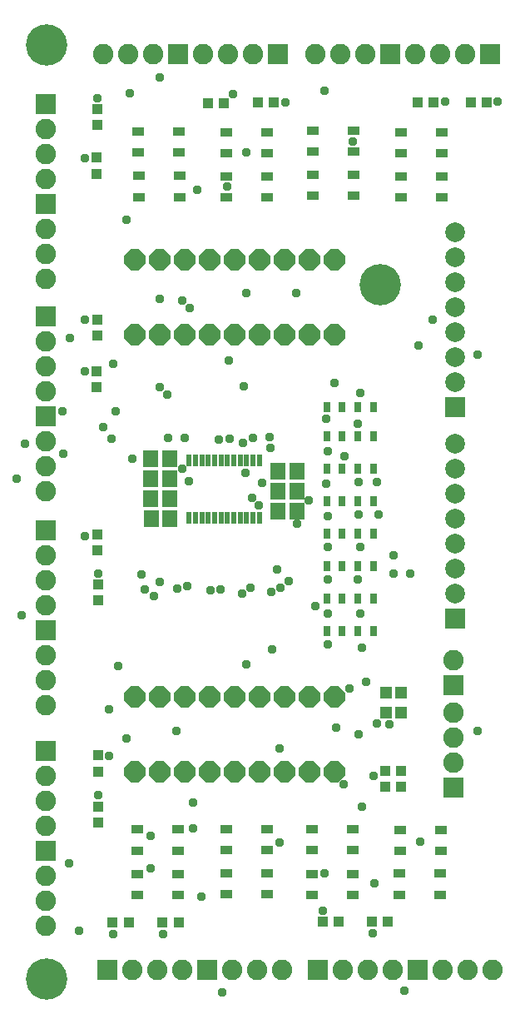
<source format=gbr>
G04 EAGLE Gerber RS-274X export*
G75*
%MOMM*%
%FSLAX34Y34*%
%LPD*%
%INSoldermask Top*%
%IPPOS*%
%AMOC8*
5,1,8,0,0,1.08239X$1,22.5*%
G01*
%ADD10C,4.203200*%
%ADD11P,2.309387X8X112.500000*%
%ADD12R,2.082800X2.082800*%
%ADD13C,2.082800*%
%ADD14R,1.253200X0.853200*%
%ADD15R,1.013200X1.133200*%
%ADD16R,1.133200X1.013200*%
%ADD17R,1.243200X1.223200*%
%ADD18R,2.003200X2.003200*%
%ADD19C,2.003200*%
%ADD20R,0.803200X1.003200*%
%ADD21R,0.508000X1.193800*%
%ADD22R,1.503200X1.703200*%
%ADD23C,0.959600*%


D10*
X400000Y746000D03*
X60000Y990000D03*
X60000Y40000D03*
D11*
X149600Y250800D03*
X175000Y250800D03*
X200400Y250800D03*
X225800Y250800D03*
X251200Y250800D03*
X276600Y250800D03*
X302000Y250800D03*
X327400Y250800D03*
X352800Y250800D03*
X352800Y327000D03*
X327400Y327000D03*
X302000Y327000D03*
X276600Y327000D03*
X251200Y327000D03*
X225800Y327000D03*
X200400Y327000D03*
X175000Y327000D03*
X149600Y327000D03*
D12*
X474300Y234300D03*
D13*
X474300Y259700D03*
X474300Y285100D03*
X474300Y310500D03*
D12*
X59300Y394500D03*
D13*
X59300Y369100D03*
X59300Y343700D03*
X59300Y318300D03*
D12*
X59300Y496100D03*
D13*
X59300Y470700D03*
X59300Y445300D03*
X59300Y419900D03*
D12*
X59200Y612400D03*
D13*
X59200Y587000D03*
X59200Y561600D03*
X59200Y536200D03*
D12*
X59200Y828300D03*
D13*
X59200Y802900D03*
X59200Y777500D03*
X59200Y752100D03*
D12*
X194200Y980800D03*
D13*
X168800Y980800D03*
X143400Y980800D03*
X118000Y980800D03*
D12*
X410100Y980800D03*
D13*
X384700Y980800D03*
X359300Y980800D03*
X333900Y980800D03*
D12*
X474300Y338600D03*
D13*
X474300Y364000D03*
D12*
X437800Y49300D03*
D13*
X463200Y49300D03*
X488600Y49300D03*
X514000Y49300D03*
D12*
X336200Y49300D03*
D13*
X361600Y49300D03*
X387000Y49300D03*
X412400Y49300D03*
D12*
X223700Y49300D03*
D13*
X249100Y49300D03*
X274500Y49300D03*
X299900Y49300D03*
D12*
X122100Y49300D03*
D13*
X147500Y49300D03*
X172900Y49300D03*
X198300Y49300D03*
D12*
X59300Y170400D03*
D13*
X59300Y145000D03*
X59300Y119600D03*
X59300Y94200D03*
D12*
X59300Y272000D03*
D13*
X59300Y246600D03*
X59300Y221200D03*
X59300Y195800D03*
D11*
X149600Y695100D03*
X175000Y695100D03*
X200400Y695100D03*
X225800Y695100D03*
X251200Y695100D03*
X276600Y695100D03*
X302000Y695100D03*
X327400Y695100D03*
X352800Y695100D03*
X352800Y771300D03*
X327400Y771300D03*
X302000Y771300D03*
X276600Y771300D03*
X251200Y771300D03*
X225800Y771300D03*
X200400Y771300D03*
X175000Y771300D03*
X149600Y771300D03*
D12*
X59200Y714000D03*
D13*
X59200Y688600D03*
X59200Y663200D03*
X59200Y637800D03*
D12*
X59200Y929900D03*
D13*
X59200Y904500D03*
X59200Y879100D03*
X59200Y853700D03*
D12*
X295800Y980800D03*
D13*
X270400Y980800D03*
X245000Y980800D03*
X219600Y980800D03*
D12*
X511700Y980800D03*
D13*
X486300Y980800D03*
X460900Y980800D03*
X435500Y980800D03*
D14*
X419510Y147050D03*
X419510Y125550D03*
X461010Y147050D03*
X461010Y125550D03*
X153810Y856830D03*
X153810Y835330D03*
X195310Y856830D03*
X195310Y835330D03*
D15*
X341500Y98480D03*
X357700Y98480D03*
X391300Y98440D03*
X407500Y98440D03*
X127400Y97860D03*
X143600Y97860D03*
X178200Y97820D03*
X194400Y97820D03*
D16*
X112240Y267240D03*
X112240Y251040D03*
X112200Y215440D03*
X112200Y199240D03*
X111620Y491940D03*
X111620Y475740D03*
X112580Y441140D03*
X112580Y424940D03*
X111560Y710460D03*
X111560Y694260D03*
X111140Y658260D03*
X111140Y642060D03*
X111980Y924760D03*
X111980Y908560D03*
X111220Y875160D03*
X111220Y858960D03*
D15*
X291200Y931200D03*
X275000Y931200D03*
X240200Y930360D03*
X224000Y930360D03*
X507900Y931380D03*
X491700Y931380D03*
X454100Y931420D03*
X437900Y931420D03*
X404780Y235060D03*
X420980Y235060D03*
X404780Y251260D03*
X420980Y251260D03*
D17*
X405690Y310480D03*
X420390Y310480D03*
X405690Y331440D03*
X420390Y331440D03*
D18*
X476000Y406100D03*
D19*
X476000Y431500D03*
X476000Y456900D03*
X476000Y482300D03*
X476000Y507700D03*
X476000Y533100D03*
X476000Y558500D03*
X476000Y583900D03*
D18*
X476000Y621180D03*
D19*
X476000Y646580D03*
X476000Y671980D03*
X476000Y697380D03*
X476000Y722780D03*
X476000Y748180D03*
X476000Y773580D03*
X476000Y798980D03*
D20*
X376760Y393760D03*
X392760Y393760D03*
X376760Y426780D03*
X392760Y426780D03*
X376760Y459800D03*
X392760Y459800D03*
X376760Y492820D03*
X392760Y492820D03*
X376760Y525840D03*
X392760Y525840D03*
X376760Y558860D03*
X392760Y558860D03*
X376760Y591880D03*
X392760Y591880D03*
X376760Y621900D03*
X392760Y621900D03*
D14*
X419810Y191530D03*
X419810Y170030D03*
X461310Y191530D03*
X461310Y170030D03*
X330310Y146770D03*
X330310Y125270D03*
X371810Y146770D03*
X371810Y125270D03*
X330310Y192430D03*
X330310Y170930D03*
X371810Y192430D03*
X371810Y170930D03*
X242770Y147410D03*
X242770Y125910D03*
X284270Y147410D03*
X284270Y125910D03*
X242770Y192610D03*
X242770Y171110D03*
X284270Y192610D03*
X284270Y171110D03*
X152770Y146970D03*
X152770Y125470D03*
X194270Y146970D03*
X194270Y125470D03*
X152770Y192170D03*
X152770Y170670D03*
X194270Y192170D03*
X194270Y170670D03*
D20*
X345060Y393760D03*
X361060Y393760D03*
X345060Y426780D03*
X361060Y426780D03*
X345060Y459800D03*
X361060Y459800D03*
X345060Y492820D03*
X361060Y492820D03*
X345060Y525840D03*
X361060Y525840D03*
X345060Y558860D03*
X361060Y558860D03*
X345060Y591880D03*
X361060Y591880D03*
X345060Y621900D03*
X361060Y621900D03*
D14*
X153370Y902170D03*
X153370Y880670D03*
X194870Y902170D03*
X194870Y880670D03*
X243370Y856470D03*
X243370Y834970D03*
X284870Y856470D03*
X284870Y834970D03*
X243370Y901270D03*
X243370Y879770D03*
X284870Y901270D03*
X284870Y879770D03*
X330910Y858030D03*
X330910Y836530D03*
X372410Y858030D03*
X372410Y836530D03*
X330910Y902830D03*
X330910Y881330D03*
X372410Y902830D03*
X372410Y881330D03*
X420910Y856130D03*
X420910Y834630D03*
X462410Y856130D03*
X462410Y834630D03*
X420910Y901010D03*
X420910Y879510D03*
X462410Y901010D03*
X462410Y879510D03*
D21*
X205090Y508922D03*
X211590Y508922D03*
X218090Y508922D03*
X224590Y508922D03*
X231090Y508922D03*
X237590Y508922D03*
X244090Y508922D03*
X250590Y508922D03*
X257090Y508922D03*
X263590Y508922D03*
X263590Y567278D03*
X257090Y567278D03*
X250590Y567278D03*
X244090Y567278D03*
X237590Y567278D03*
X231090Y567278D03*
X224590Y567278D03*
X218090Y567278D03*
X211590Y567278D03*
X205090Y567278D03*
X270090Y508922D03*
X270090Y567278D03*
X276590Y508922D03*
X276590Y567278D03*
D22*
X166220Y569340D03*
X185220Y569340D03*
X185220Y549020D03*
X166220Y549020D03*
X166220Y528700D03*
X185220Y528700D03*
X295760Y556640D03*
X314760Y556640D03*
X314760Y536320D03*
X295760Y536320D03*
X314760Y516000D03*
X295760Y516000D03*
X185500Y508000D03*
X166500Y508000D03*
D23*
X363000Y572000D03*
X239000Y26000D03*
X424000Y28000D03*
X355000Y296000D03*
X353000Y646000D03*
X126000Y589000D03*
X93000Y89000D03*
X83000Y158000D03*
X145000Y941000D03*
X175000Y957000D03*
X38000Y584000D03*
X76736Y574000D03*
X35000Y410000D03*
X394000Y137000D03*
X381000Y215000D03*
X83820Y691896D03*
X147500Y568750D03*
X30000Y548750D03*
X498750Y675000D03*
X205000Y546250D03*
X295000Y456250D03*
X306250Y445000D03*
X263750Y360000D03*
X377500Y288750D03*
X408750Y298750D03*
X393192Y246888D03*
X396240Y300228D03*
X341376Y109728D03*
X343008Y943356D03*
X249936Y940308D03*
X519068Y931964D03*
X465284Y931964D03*
X99060Y874668D03*
X303384Y931164D03*
X112052Y935844D03*
X99060Y658260D03*
X99060Y710368D03*
X112776Y452628D03*
X99060Y490728D03*
X112776Y227076D03*
X123444Y266700D03*
X178308Y85344D03*
X128016Y85344D03*
X391668Y86868D03*
X198120Y558800D03*
X166116Y152400D03*
X217932Y123444D03*
X245364Y669036D03*
X440000Y180000D03*
X381000Y377000D03*
X385000Y342516D03*
X192024Y292608D03*
X379000Y412000D03*
X297180Y178736D03*
X368332Y335280D03*
X377000Y446000D03*
X342900Y147828D03*
X379000Y479000D03*
X297180Y274320D03*
X498348Y292608D03*
X378000Y512000D03*
X378000Y545000D03*
X333756Y419100D03*
X289560Y374904D03*
X377000Y605000D03*
X208788Y219456D03*
X438912Y684276D03*
X362712Y237744D03*
X379000Y636000D03*
X208788Y193548D03*
X452628Y710184D03*
X429768Y452628D03*
X413004Y452628D03*
X413004Y470916D03*
X346000Y380000D03*
X198120Y729996D03*
X397764Y512064D03*
X346000Y412000D03*
X141732Y812292D03*
X128016Y665988D03*
X346000Y446000D03*
X243840Y845820D03*
X175260Y731520D03*
X346000Y479000D03*
X263652Y880872D03*
X263652Y737616D03*
X396240Y545592D03*
X346000Y511000D03*
X345000Y544000D03*
X371856Y891540D03*
X313944Y737616D03*
X346000Y577092D03*
X345000Y610000D03*
X193040Y436880D03*
X156972Y451104D03*
X203200Y439420D03*
X227259Y435681D03*
X175260Y443484D03*
X237363Y435767D03*
X166116Y185928D03*
X141732Y284988D03*
X259069Y431931D03*
X169164Y429768D03*
X267145Y438145D03*
X123444Y313944D03*
X288539Y433461D03*
X160020Y435864D03*
X298145Y438145D03*
X132588Y358140D03*
X288000Y580000D03*
X175260Y641604D03*
X286914Y591000D03*
X182880Y633984D03*
X269822Y589822D03*
X260604Y643128D03*
X260354Y585000D03*
X246000Y589000D03*
X205740Y722376D03*
X213360Y842772D03*
X235509Y588509D03*
X130540Y617220D03*
X76200Y617220D03*
X201000Y590368D03*
X183600Y590484D03*
X117540Y601552D03*
X276000Y521600D03*
X326672Y527029D03*
X314960Y502920D03*
X268967Y528856D03*
X262400Y554400D03*
X279200Y544800D03*
M02*

</source>
